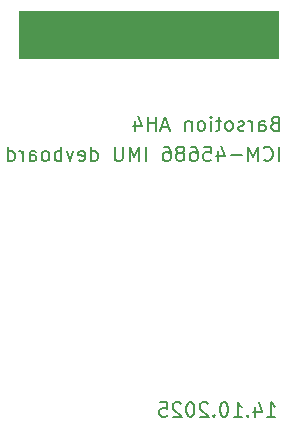
<source format=gbr>
%TF.GenerationSoftware,KiCad,Pcbnew,9.0.5-9.0.5~ubuntu24.04.1*%
%TF.CreationDate,2025-10-15T00:30:22+05:00*%
%TF.ProjectId,AH4,4148342e-6b69-4636-9164-5f7063625858,rev?*%
%TF.SameCoordinates,Original*%
%TF.FileFunction,Legend,Bot*%
%TF.FilePolarity,Positive*%
%FSLAX46Y46*%
G04 Gerber Fmt 4.6, Leading zero omitted, Abs format (unit mm)*
G04 Created by KiCad (PCBNEW 9.0.5-9.0.5~ubuntu24.04.1) date 2025-10-15 00:30:22*
%MOMM*%
%LPD*%
G01*
G04 APERTURE LIST*
%ADD10C,0.100000*%
%ADD11C,0.200000*%
G04 APERTURE END LIST*
D10*
X200500000Y-67500000D02*
X222500000Y-67500000D01*
X222500000Y-71500000D01*
X200500000Y-71500000D01*
X200500000Y-67500000D01*
G36*
X200500000Y-67500000D02*
G01*
X222500000Y-67500000D01*
X222500000Y-71500000D01*
X200500000Y-71500000D01*
X200500000Y-67500000D01*
G37*
D11*
X221554136Y-101842742D02*
X222239850Y-101842742D01*
X221896993Y-101842742D02*
X221896993Y-100642742D01*
X221896993Y-100642742D02*
X222011279Y-100814171D01*
X222011279Y-100814171D02*
X222125564Y-100928457D01*
X222125564Y-100928457D02*
X222239850Y-100985600D01*
X220525565Y-101042742D02*
X220525565Y-101842742D01*
X220811279Y-100585600D02*
X221096993Y-101442742D01*
X221096993Y-101442742D02*
X220354136Y-101442742D01*
X219896993Y-101728457D02*
X219839850Y-101785600D01*
X219839850Y-101785600D02*
X219896993Y-101842742D01*
X219896993Y-101842742D02*
X219954136Y-101785600D01*
X219954136Y-101785600D02*
X219896993Y-101728457D01*
X219896993Y-101728457D02*
X219896993Y-101842742D01*
X218696993Y-101842742D02*
X219382707Y-101842742D01*
X219039850Y-101842742D02*
X219039850Y-100642742D01*
X219039850Y-100642742D02*
X219154136Y-100814171D01*
X219154136Y-100814171D02*
X219268421Y-100928457D01*
X219268421Y-100928457D02*
X219382707Y-100985600D01*
X217954136Y-100642742D02*
X217839850Y-100642742D01*
X217839850Y-100642742D02*
X217725564Y-100699885D01*
X217725564Y-100699885D02*
X217668422Y-100757028D01*
X217668422Y-100757028D02*
X217611279Y-100871314D01*
X217611279Y-100871314D02*
X217554136Y-101099885D01*
X217554136Y-101099885D02*
X217554136Y-101385600D01*
X217554136Y-101385600D02*
X217611279Y-101614171D01*
X217611279Y-101614171D02*
X217668422Y-101728457D01*
X217668422Y-101728457D02*
X217725564Y-101785600D01*
X217725564Y-101785600D02*
X217839850Y-101842742D01*
X217839850Y-101842742D02*
X217954136Y-101842742D01*
X217954136Y-101842742D02*
X218068422Y-101785600D01*
X218068422Y-101785600D02*
X218125564Y-101728457D01*
X218125564Y-101728457D02*
X218182707Y-101614171D01*
X218182707Y-101614171D02*
X218239850Y-101385600D01*
X218239850Y-101385600D02*
X218239850Y-101099885D01*
X218239850Y-101099885D02*
X218182707Y-100871314D01*
X218182707Y-100871314D02*
X218125564Y-100757028D01*
X218125564Y-100757028D02*
X218068422Y-100699885D01*
X218068422Y-100699885D02*
X217954136Y-100642742D01*
X217039850Y-101728457D02*
X216982707Y-101785600D01*
X216982707Y-101785600D02*
X217039850Y-101842742D01*
X217039850Y-101842742D02*
X217096993Y-101785600D01*
X217096993Y-101785600D02*
X217039850Y-101728457D01*
X217039850Y-101728457D02*
X217039850Y-101842742D01*
X216525564Y-100757028D02*
X216468421Y-100699885D01*
X216468421Y-100699885D02*
X216354136Y-100642742D01*
X216354136Y-100642742D02*
X216068421Y-100642742D01*
X216068421Y-100642742D02*
X215954136Y-100699885D01*
X215954136Y-100699885D02*
X215896993Y-100757028D01*
X215896993Y-100757028D02*
X215839850Y-100871314D01*
X215839850Y-100871314D02*
X215839850Y-100985600D01*
X215839850Y-100985600D02*
X215896993Y-101157028D01*
X215896993Y-101157028D02*
X216582707Y-101842742D01*
X216582707Y-101842742D02*
X215839850Y-101842742D01*
X215096993Y-100642742D02*
X214982707Y-100642742D01*
X214982707Y-100642742D02*
X214868421Y-100699885D01*
X214868421Y-100699885D02*
X214811279Y-100757028D01*
X214811279Y-100757028D02*
X214754136Y-100871314D01*
X214754136Y-100871314D02*
X214696993Y-101099885D01*
X214696993Y-101099885D02*
X214696993Y-101385600D01*
X214696993Y-101385600D02*
X214754136Y-101614171D01*
X214754136Y-101614171D02*
X214811279Y-101728457D01*
X214811279Y-101728457D02*
X214868421Y-101785600D01*
X214868421Y-101785600D02*
X214982707Y-101842742D01*
X214982707Y-101842742D02*
X215096993Y-101842742D01*
X215096993Y-101842742D02*
X215211279Y-101785600D01*
X215211279Y-101785600D02*
X215268421Y-101728457D01*
X215268421Y-101728457D02*
X215325564Y-101614171D01*
X215325564Y-101614171D02*
X215382707Y-101385600D01*
X215382707Y-101385600D02*
X215382707Y-101099885D01*
X215382707Y-101099885D02*
X215325564Y-100871314D01*
X215325564Y-100871314D02*
X215268421Y-100757028D01*
X215268421Y-100757028D02*
X215211279Y-100699885D01*
X215211279Y-100699885D02*
X215096993Y-100642742D01*
X214239850Y-100757028D02*
X214182707Y-100699885D01*
X214182707Y-100699885D02*
X214068422Y-100642742D01*
X214068422Y-100642742D02*
X213782707Y-100642742D01*
X213782707Y-100642742D02*
X213668422Y-100699885D01*
X213668422Y-100699885D02*
X213611279Y-100757028D01*
X213611279Y-100757028D02*
X213554136Y-100871314D01*
X213554136Y-100871314D02*
X213554136Y-100985600D01*
X213554136Y-100985600D02*
X213611279Y-101157028D01*
X213611279Y-101157028D02*
X214296993Y-101842742D01*
X214296993Y-101842742D02*
X213554136Y-101842742D01*
X212468422Y-100642742D02*
X213039850Y-100642742D01*
X213039850Y-100642742D02*
X213096993Y-101214171D01*
X213096993Y-101214171D02*
X213039850Y-101157028D01*
X213039850Y-101157028D02*
X212925565Y-101099885D01*
X212925565Y-101099885D02*
X212639850Y-101099885D01*
X212639850Y-101099885D02*
X212525565Y-101157028D01*
X212525565Y-101157028D02*
X212468422Y-101214171D01*
X212468422Y-101214171D02*
X212411279Y-101328457D01*
X212411279Y-101328457D02*
X212411279Y-101614171D01*
X212411279Y-101614171D02*
X212468422Y-101728457D01*
X212468422Y-101728457D02*
X212525565Y-101785600D01*
X212525565Y-101785600D02*
X212639850Y-101842742D01*
X212639850Y-101842742D02*
X212925565Y-101842742D01*
X212925565Y-101842742D02*
X213039850Y-101785600D01*
X213039850Y-101785600D02*
X213096993Y-101728457D01*
X222167300Y-77012240D02*
X221995872Y-77069383D01*
X221995872Y-77069383D02*
X221938729Y-77126526D01*
X221938729Y-77126526D02*
X221881586Y-77240811D01*
X221881586Y-77240811D02*
X221881586Y-77412240D01*
X221881586Y-77412240D02*
X221938729Y-77526526D01*
X221938729Y-77526526D02*
X221995872Y-77583669D01*
X221995872Y-77583669D02*
X222110157Y-77640811D01*
X222110157Y-77640811D02*
X222567300Y-77640811D01*
X222567300Y-77640811D02*
X222567300Y-76440811D01*
X222567300Y-76440811D02*
X222167300Y-76440811D01*
X222167300Y-76440811D02*
X222053015Y-76497954D01*
X222053015Y-76497954D02*
X221995872Y-76555097D01*
X221995872Y-76555097D02*
X221938729Y-76669383D01*
X221938729Y-76669383D02*
X221938729Y-76783669D01*
X221938729Y-76783669D02*
X221995872Y-76897954D01*
X221995872Y-76897954D02*
X222053015Y-76955097D01*
X222053015Y-76955097D02*
X222167300Y-77012240D01*
X222167300Y-77012240D02*
X222567300Y-77012240D01*
X220853015Y-77640811D02*
X220853015Y-77012240D01*
X220853015Y-77012240D02*
X220910157Y-76897954D01*
X220910157Y-76897954D02*
X221024443Y-76840811D01*
X221024443Y-76840811D02*
X221253015Y-76840811D01*
X221253015Y-76840811D02*
X221367300Y-76897954D01*
X220853015Y-77583669D02*
X220967300Y-77640811D01*
X220967300Y-77640811D02*
X221253015Y-77640811D01*
X221253015Y-77640811D02*
X221367300Y-77583669D01*
X221367300Y-77583669D02*
X221424443Y-77469383D01*
X221424443Y-77469383D02*
X221424443Y-77355097D01*
X221424443Y-77355097D02*
X221367300Y-77240811D01*
X221367300Y-77240811D02*
X221253015Y-77183669D01*
X221253015Y-77183669D02*
X220967300Y-77183669D01*
X220967300Y-77183669D02*
X220853015Y-77126526D01*
X220281586Y-77640811D02*
X220281586Y-76840811D01*
X220281586Y-77069383D02*
X220224443Y-76955097D01*
X220224443Y-76955097D02*
X220167301Y-76897954D01*
X220167301Y-76897954D02*
X220053015Y-76840811D01*
X220053015Y-76840811D02*
X219938729Y-76840811D01*
X219595872Y-77583669D02*
X219481586Y-77640811D01*
X219481586Y-77640811D02*
X219253015Y-77640811D01*
X219253015Y-77640811D02*
X219138729Y-77583669D01*
X219138729Y-77583669D02*
X219081586Y-77469383D01*
X219081586Y-77469383D02*
X219081586Y-77412240D01*
X219081586Y-77412240D02*
X219138729Y-77297954D01*
X219138729Y-77297954D02*
X219253015Y-77240811D01*
X219253015Y-77240811D02*
X219424444Y-77240811D01*
X219424444Y-77240811D02*
X219538729Y-77183669D01*
X219538729Y-77183669D02*
X219595872Y-77069383D01*
X219595872Y-77069383D02*
X219595872Y-77012240D01*
X219595872Y-77012240D02*
X219538729Y-76897954D01*
X219538729Y-76897954D02*
X219424444Y-76840811D01*
X219424444Y-76840811D02*
X219253015Y-76840811D01*
X219253015Y-76840811D02*
X219138729Y-76897954D01*
X218395872Y-77640811D02*
X218510157Y-77583669D01*
X218510157Y-77583669D02*
X218567300Y-77526526D01*
X218567300Y-77526526D02*
X218624443Y-77412240D01*
X218624443Y-77412240D02*
X218624443Y-77069383D01*
X218624443Y-77069383D02*
X218567300Y-76955097D01*
X218567300Y-76955097D02*
X218510157Y-76897954D01*
X218510157Y-76897954D02*
X218395872Y-76840811D01*
X218395872Y-76840811D02*
X218224443Y-76840811D01*
X218224443Y-76840811D02*
X218110157Y-76897954D01*
X218110157Y-76897954D02*
X218053015Y-76955097D01*
X218053015Y-76955097D02*
X217995872Y-77069383D01*
X217995872Y-77069383D02*
X217995872Y-77412240D01*
X217995872Y-77412240D02*
X218053015Y-77526526D01*
X218053015Y-77526526D02*
X218110157Y-77583669D01*
X218110157Y-77583669D02*
X218224443Y-77640811D01*
X218224443Y-77640811D02*
X218395872Y-77640811D01*
X217653015Y-76840811D02*
X217195872Y-76840811D01*
X217481586Y-76440811D02*
X217481586Y-77469383D01*
X217481586Y-77469383D02*
X217424443Y-77583669D01*
X217424443Y-77583669D02*
X217310158Y-77640811D01*
X217310158Y-77640811D02*
X217195872Y-77640811D01*
X216795872Y-77640811D02*
X216795872Y-76840811D01*
X216795872Y-76440811D02*
X216853015Y-76497954D01*
X216853015Y-76497954D02*
X216795872Y-76555097D01*
X216795872Y-76555097D02*
X216738729Y-76497954D01*
X216738729Y-76497954D02*
X216795872Y-76440811D01*
X216795872Y-76440811D02*
X216795872Y-76555097D01*
X216053015Y-77640811D02*
X216167300Y-77583669D01*
X216167300Y-77583669D02*
X216224443Y-77526526D01*
X216224443Y-77526526D02*
X216281586Y-77412240D01*
X216281586Y-77412240D02*
X216281586Y-77069383D01*
X216281586Y-77069383D02*
X216224443Y-76955097D01*
X216224443Y-76955097D02*
X216167300Y-76897954D01*
X216167300Y-76897954D02*
X216053015Y-76840811D01*
X216053015Y-76840811D02*
X215881586Y-76840811D01*
X215881586Y-76840811D02*
X215767300Y-76897954D01*
X215767300Y-76897954D02*
X215710158Y-76955097D01*
X215710158Y-76955097D02*
X215653015Y-77069383D01*
X215653015Y-77069383D02*
X215653015Y-77412240D01*
X215653015Y-77412240D02*
X215710158Y-77526526D01*
X215710158Y-77526526D02*
X215767300Y-77583669D01*
X215767300Y-77583669D02*
X215881586Y-77640811D01*
X215881586Y-77640811D02*
X216053015Y-77640811D01*
X215138729Y-76840811D02*
X215138729Y-77640811D01*
X215138729Y-76955097D02*
X215081586Y-76897954D01*
X215081586Y-76897954D02*
X214967301Y-76840811D01*
X214967301Y-76840811D02*
X214795872Y-76840811D01*
X214795872Y-76840811D02*
X214681586Y-76897954D01*
X214681586Y-76897954D02*
X214624444Y-77012240D01*
X214624444Y-77012240D02*
X214624444Y-77640811D01*
X213195872Y-77297954D02*
X212624444Y-77297954D01*
X213310158Y-77640811D02*
X212910158Y-76440811D01*
X212910158Y-76440811D02*
X212510158Y-77640811D01*
X212110158Y-77640811D02*
X212110158Y-76440811D01*
X212110158Y-77012240D02*
X211424444Y-77012240D01*
X211424444Y-77640811D02*
X211424444Y-76440811D01*
X210338730Y-76840811D02*
X210338730Y-77640811D01*
X210624444Y-76383669D02*
X210910158Y-77240811D01*
X210910158Y-77240811D02*
X210167301Y-77240811D01*
X222517300Y-80190811D02*
X222517300Y-78990811D01*
X221260157Y-80076526D02*
X221317300Y-80133669D01*
X221317300Y-80133669D02*
X221488728Y-80190811D01*
X221488728Y-80190811D02*
X221603014Y-80190811D01*
X221603014Y-80190811D02*
X221774443Y-80133669D01*
X221774443Y-80133669D02*
X221888728Y-80019383D01*
X221888728Y-80019383D02*
X221945871Y-79905097D01*
X221945871Y-79905097D02*
X222003014Y-79676526D01*
X222003014Y-79676526D02*
X222003014Y-79505097D01*
X222003014Y-79505097D02*
X221945871Y-79276526D01*
X221945871Y-79276526D02*
X221888728Y-79162240D01*
X221888728Y-79162240D02*
X221774443Y-79047954D01*
X221774443Y-79047954D02*
X221603014Y-78990811D01*
X221603014Y-78990811D02*
X221488728Y-78990811D01*
X221488728Y-78990811D02*
X221317300Y-79047954D01*
X221317300Y-79047954D02*
X221260157Y-79105097D01*
X220745871Y-80190811D02*
X220745871Y-78990811D01*
X220745871Y-78990811D02*
X220345871Y-79847954D01*
X220345871Y-79847954D02*
X219945871Y-78990811D01*
X219945871Y-78990811D02*
X219945871Y-80190811D01*
X219374442Y-79733669D02*
X218460157Y-79733669D01*
X217374443Y-79390811D02*
X217374443Y-80190811D01*
X217660157Y-78933669D02*
X217945871Y-79790811D01*
X217945871Y-79790811D02*
X217203014Y-79790811D01*
X216174443Y-78990811D02*
X216745871Y-78990811D01*
X216745871Y-78990811D02*
X216803014Y-79562240D01*
X216803014Y-79562240D02*
X216745871Y-79505097D01*
X216745871Y-79505097D02*
X216631586Y-79447954D01*
X216631586Y-79447954D02*
X216345871Y-79447954D01*
X216345871Y-79447954D02*
X216231586Y-79505097D01*
X216231586Y-79505097D02*
X216174443Y-79562240D01*
X216174443Y-79562240D02*
X216117300Y-79676526D01*
X216117300Y-79676526D02*
X216117300Y-79962240D01*
X216117300Y-79962240D02*
X216174443Y-80076526D01*
X216174443Y-80076526D02*
X216231586Y-80133669D01*
X216231586Y-80133669D02*
X216345871Y-80190811D01*
X216345871Y-80190811D02*
X216631586Y-80190811D01*
X216631586Y-80190811D02*
X216745871Y-80133669D01*
X216745871Y-80133669D02*
X216803014Y-80076526D01*
X215088729Y-78990811D02*
X215317300Y-78990811D01*
X215317300Y-78990811D02*
X215431586Y-79047954D01*
X215431586Y-79047954D02*
X215488729Y-79105097D01*
X215488729Y-79105097D02*
X215603014Y-79276526D01*
X215603014Y-79276526D02*
X215660157Y-79505097D01*
X215660157Y-79505097D02*
X215660157Y-79962240D01*
X215660157Y-79962240D02*
X215603014Y-80076526D01*
X215603014Y-80076526D02*
X215545871Y-80133669D01*
X215545871Y-80133669D02*
X215431586Y-80190811D01*
X215431586Y-80190811D02*
X215203014Y-80190811D01*
X215203014Y-80190811D02*
X215088729Y-80133669D01*
X215088729Y-80133669D02*
X215031586Y-80076526D01*
X215031586Y-80076526D02*
X214974443Y-79962240D01*
X214974443Y-79962240D02*
X214974443Y-79676526D01*
X214974443Y-79676526D02*
X215031586Y-79562240D01*
X215031586Y-79562240D02*
X215088729Y-79505097D01*
X215088729Y-79505097D02*
X215203014Y-79447954D01*
X215203014Y-79447954D02*
X215431586Y-79447954D01*
X215431586Y-79447954D02*
X215545871Y-79505097D01*
X215545871Y-79505097D02*
X215603014Y-79562240D01*
X215603014Y-79562240D02*
X215660157Y-79676526D01*
X214288729Y-79505097D02*
X214403014Y-79447954D01*
X214403014Y-79447954D02*
X214460157Y-79390811D01*
X214460157Y-79390811D02*
X214517300Y-79276526D01*
X214517300Y-79276526D02*
X214517300Y-79219383D01*
X214517300Y-79219383D02*
X214460157Y-79105097D01*
X214460157Y-79105097D02*
X214403014Y-79047954D01*
X214403014Y-79047954D02*
X214288729Y-78990811D01*
X214288729Y-78990811D02*
X214060157Y-78990811D01*
X214060157Y-78990811D02*
X213945872Y-79047954D01*
X213945872Y-79047954D02*
X213888729Y-79105097D01*
X213888729Y-79105097D02*
X213831586Y-79219383D01*
X213831586Y-79219383D02*
X213831586Y-79276526D01*
X213831586Y-79276526D02*
X213888729Y-79390811D01*
X213888729Y-79390811D02*
X213945872Y-79447954D01*
X213945872Y-79447954D02*
X214060157Y-79505097D01*
X214060157Y-79505097D02*
X214288729Y-79505097D01*
X214288729Y-79505097D02*
X214403014Y-79562240D01*
X214403014Y-79562240D02*
X214460157Y-79619383D01*
X214460157Y-79619383D02*
X214517300Y-79733669D01*
X214517300Y-79733669D02*
X214517300Y-79962240D01*
X214517300Y-79962240D02*
X214460157Y-80076526D01*
X214460157Y-80076526D02*
X214403014Y-80133669D01*
X214403014Y-80133669D02*
X214288729Y-80190811D01*
X214288729Y-80190811D02*
X214060157Y-80190811D01*
X214060157Y-80190811D02*
X213945872Y-80133669D01*
X213945872Y-80133669D02*
X213888729Y-80076526D01*
X213888729Y-80076526D02*
X213831586Y-79962240D01*
X213831586Y-79962240D02*
X213831586Y-79733669D01*
X213831586Y-79733669D02*
X213888729Y-79619383D01*
X213888729Y-79619383D02*
X213945872Y-79562240D01*
X213945872Y-79562240D02*
X214060157Y-79505097D01*
X212803015Y-78990811D02*
X213031586Y-78990811D01*
X213031586Y-78990811D02*
X213145872Y-79047954D01*
X213145872Y-79047954D02*
X213203015Y-79105097D01*
X213203015Y-79105097D02*
X213317300Y-79276526D01*
X213317300Y-79276526D02*
X213374443Y-79505097D01*
X213374443Y-79505097D02*
X213374443Y-79962240D01*
X213374443Y-79962240D02*
X213317300Y-80076526D01*
X213317300Y-80076526D02*
X213260157Y-80133669D01*
X213260157Y-80133669D02*
X213145872Y-80190811D01*
X213145872Y-80190811D02*
X212917300Y-80190811D01*
X212917300Y-80190811D02*
X212803015Y-80133669D01*
X212803015Y-80133669D02*
X212745872Y-80076526D01*
X212745872Y-80076526D02*
X212688729Y-79962240D01*
X212688729Y-79962240D02*
X212688729Y-79676526D01*
X212688729Y-79676526D02*
X212745872Y-79562240D01*
X212745872Y-79562240D02*
X212803015Y-79505097D01*
X212803015Y-79505097D02*
X212917300Y-79447954D01*
X212917300Y-79447954D02*
X213145872Y-79447954D01*
X213145872Y-79447954D02*
X213260157Y-79505097D01*
X213260157Y-79505097D02*
X213317300Y-79562240D01*
X213317300Y-79562240D02*
X213374443Y-79676526D01*
X211260157Y-80190811D02*
X211260157Y-78990811D01*
X210688728Y-80190811D02*
X210688728Y-78990811D01*
X210688728Y-78990811D02*
X210288728Y-79847954D01*
X210288728Y-79847954D02*
X209888728Y-78990811D01*
X209888728Y-78990811D02*
X209888728Y-80190811D01*
X209317299Y-78990811D02*
X209317299Y-79962240D01*
X209317299Y-79962240D02*
X209260156Y-80076526D01*
X209260156Y-80076526D02*
X209203014Y-80133669D01*
X209203014Y-80133669D02*
X209088728Y-80190811D01*
X209088728Y-80190811D02*
X208860156Y-80190811D01*
X208860156Y-80190811D02*
X208745871Y-80133669D01*
X208745871Y-80133669D02*
X208688728Y-80076526D01*
X208688728Y-80076526D02*
X208631585Y-79962240D01*
X208631585Y-79962240D02*
X208631585Y-78990811D01*
X206631585Y-80190811D02*
X206631585Y-78990811D01*
X206631585Y-80133669D02*
X206745870Y-80190811D01*
X206745870Y-80190811D02*
X206974442Y-80190811D01*
X206974442Y-80190811D02*
X207088727Y-80133669D01*
X207088727Y-80133669D02*
X207145870Y-80076526D01*
X207145870Y-80076526D02*
X207203013Y-79962240D01*
X207203013Y-79962240D02*
X207203013Y-79619383D01*
X207203013Y-79619383D02*
X207145870Y-79505097D01*
X207145870Y-79505097D02*
X207088727Y-79447954D01*
X207088727Y-79447954D02*
X206974442Y-79390811D01*
X206974442Y-79390811D02*
X206745870Y-79390811D01*
X206745870Y-79390811D02*
X206631585Y-79447954D01*
X205603013Y-80133669D02*
X205717299Y-80190811D01*
X205717299Y-80190811D02*
X205945871Y-80190811D01*
X205945871Y-80190811D02*
X206060156Y-80133669D01*
X206060156Y-80133669D02*
X206117299Y-80019383D01*
X206117299Y-80019383D02*
X206117299Y-79562240D01*
X206117299Y-79562240D02*
X206060156Y-79447954D01*
X206060156Y-79447954D02*
X205945871Y-79390811D01*
X205945871Y-79390811D02*
X205717299Y-79390811D01*
X205717299Y-79390811D02*
X205603013Y-79447954D01*
X205603013Y-79447954D02*
X205545871Y-79562240D01*
X205545871Y-79562240D02*
X205545871Y-79676526D01*
X205545871Y-79676526D02*
X206117299Y-79790811D01*
X205145871Y-79390811D02*
X204860157Y-80190811D01*
X204860157Y-80190811D02*
X204574442Y-79390811D01*
X204117299Y-80190811D02*
X204117299Y-78990811D01*
X204117299Y-79447954D02*
X204003014Y-79390811D01*
X204003014Y-79390811D02*
X203774442Y-79390811D01*
X203774442Y-79390811D02*
X203660156Y-79447954D01*
X203660156Y-79447954D02*
X203603014Y-79505097D01*
X203603014Y-79505097D02*
X203545871Y-79619383D01*
X203545871Y-79619383D02*
X203545871Y-79962240D01*
X203545871Y-79962240D02*
X203603014Y-80076526D01*
X203603014Y-80076526D02*
X203660156Y-80133669D01*
X203660156Y-80133669D02*
X203774442Y-80190811D01*
X203774442Y-80190811D02*
X204003014Y-80190811D01*
X204003014Y-80190811D02*
X204117299Y-80133669D01*
X202860157Y-80190811D02*
X202974442Y-80133669D01*
X202974442Y-80133669D02*
X203031585Y-80076526D01*
X203031585Y-80076526D02*
X203088728Y-79962240D01*
X203088728Y-79962240D02*
X203088728Y-79619383D01*
X203088728Y-79619383D02*
X203031585Y-79505097D01*
X203031585Y-79505097D02*
X202974442Y-79447954D01*
X202974442Y-79447954D02*
X202860157Y-79390811D01*
X202860157Y-79390811D02*
X202688728Y-79390811D01*
X202688728Y-79390811D02*
X202574442Y-79447954D01*
X202574442Y-79447954D02*
X202517300Y-79505097D01*
X202517300Y-79505097D02*
X202460157Y-79619383D01*
X202460157Y-79619383D02*
X202460157Y-79962240D01*
X202460157Y-79962240D02*
X202517300Y-80076526D01*
X202517300Y-80076526D02*
X202574442Y-80133669D01*
X202574442Y-80133669D02*
X202688728Y-80190811D01*
X202688728Y-80190811D02*
X202860157Y-80190811D01*
X201431586Y-80190811D02*
X201431586Y-79562240D01*
X201431586Y-79562240D02*
X201488728Y-79447954D01*
X201488728Y-79447954D02*
X201603014Y-79390811D01*
X201603014Y-79390811D02*
X201831586Y-79390811D01*
X201831586Y-79390811D02*
X201945871Y-79447954D01*
X201431586Y-80133669D02*
X201545871Y-80190811D01*
X201545871Y-80190811D02*
X201831586Y-80190811D01*
X201831586Y-80190811D02*
X201945871Y-80133669D01*
X201945871Y-80133669D02*
X202003014Y-80019383D01*
X202003014Y-80019383D02*
X202003014Y-79905097D01*
X202003014Y-79905097D02*
X201945871Y-79790811D01*
X201945871Y-79790811D02*
X201831586Y-79733669D01*
X201831586Y-79733669D02*
X201545871Y-79733669D01*
X201545871Y-79733669D02*
X201431586Y-79676526D01*
X200860157Y-80190811D02*
X200860157Y-79390811D01*
X200860157Y-79619383D02*
X200803014Y-79505097D01*
X200803014Y-79505097D02*
X200745872Y-79447954D01*
X200745872Y-79447954D02*
X200631586Y-79390811D01*
X200631586Y-79390811D02*
X200517300Y-79390811D01*
X199603015Y-80190811D02*
X199603015Y-78990811D01*
X199603015Y-80133669D02*
X199717300Y-80190811D01*
X199717300Y-80190811D02*
X199945872Y-80190811D01*
X199945872Y-80190811D02*
X200060157Y-80133669D01*
X200060157Y-80133669D02*
X200117300Y-80076526D01*
X200117300Y-80076526D02*
X200174443Y-79962240D01*
X200174443Y-79962240D02*
X200174443Y-79619383D01*
X200174443Y-79619383D02*
X200117300Y-79505097D01*
X200117300Y-79505097D02*
X200060157Y-79447954D01*
X200060157Y-79447954D02*
X199945872Y-79390811D01*
X199945872Y-79390811D02*
X199717300Y-79390811D01*
X199717300Y-79390811D02*
X199603015Y-79447954D01*
M02*

</source>
